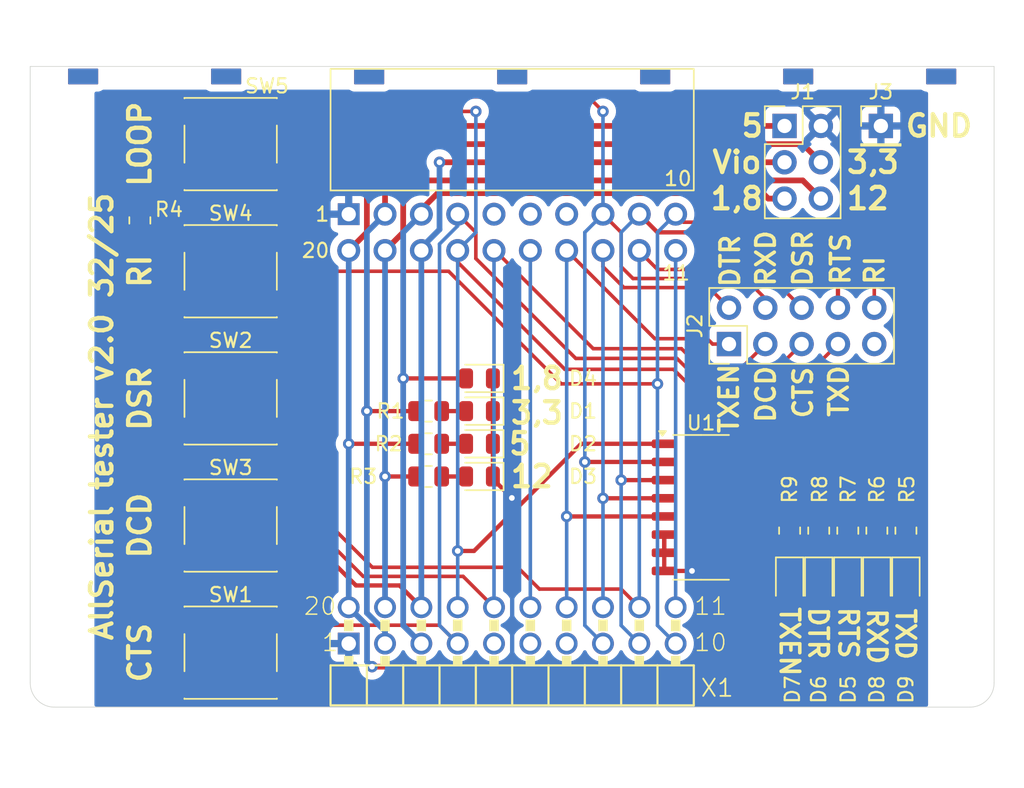
<source format=kicad_pcb>
(kicad_pcb (version 20241229) (generator "pcbnew") (generator_version "9.0")
  (layers (0 "F.Cu" signal) (2 "B.Cu" signal) (13 "F.Paste" user) (15 "B.Paste" user) (5 "F.SilkS" user "F.Silkscreen") (7 "B.SilkS" user "B.Silkscreen") (1 "F.Mask" user) (3 "B.Mask" user) (25 "Edge.Cuts" user))
  (net 0 "")
  (net 1 "Net-(D1-A)")
  (net 2 "Net-(D2-A)")
  (net 3 "Net-(D3-A)")
  (net 4 "GND")
  (net 5 "Net-(D4-A)")
  (net 6 "+5V")
  (net 7 "CTS")
  (net 8 "DSR")
  (net 9 "DCD")
  (net 10 "RI")
  (net 11 "/RXD")
  (net 12 "Vio")
  (net 16 "Net-(X1A-RST)")
  (net 17 "Net-(X1A-GPIO)")
  (net 18 "Net-(D5-K)")
  (net 19 "Net-(D6-K)")
  (net 20 "Net-(D7-K)")
  (net 21 "Net-(D8-K)")
  (net 22 "Net-(D9-K)")
  (net 23 "Net-(U1-O1)")
  (net 24 "Net-(U1-O2)")
  (net 25 "Net-(U1-O3)")
  (net 26 "Net-(U1-O4)")
  (net 27 "Net-(U1-O5)")
  (net 28 "/TXD")
  (net 29 "/TXEN")
  (net 30 "/DTR")
  (net 31 "/RTS")
  (net 32 "Net-(J1-Pin_6)")
  (net 33 "Net-(J1-Pin_4)")
  (footprint "AllSerial:SlaveBoard" (layer "F.Cu") (at 140.97 119.38)
    (property "Reference" "X1" (at 13.1 -0.635 0) (layer "F.SilkS") (effects (font (size 1.2065 1.2065) (thickness 0.127)) (justify left bottom)))
    (property "Value" "ALLSERIALSLAVE" (hide yes))
    (fp_rect (start -31 -44.6) (end -29 -43.6) (stroke (width 0.1)) (fill yes) (layer "F.Cu"))
    (fp_rect (start -21 -44.6) (end -19 -43.6) (stroke (width 0.1)) (fill yes) (layer "F.Cu"))
    (fp_rect (start -11 -44.6) (end -9 -43.6) (stroke (width 0.1)) (fill yes) (layer "F.Cu"))
    (fp_rect (start -1 -44.6) (end 1 -43.6) (stroke (width 0.1)) (fill yes) (layer "F.Cu"))
    (fp_rect (start 9 -44.6) (end 11 -43.6) (stroke (width 0.1)) (fill yes) (layer "F.Cu"))
    (fp_rect (start 19 -44.6) (end 21 -43.6) (stroke (width 0.1)) (fill yes) (layer "F.Cu"))
    (fp_rect (start 29 -44.6) (end 31 -43.6) (stroke (width 0.1)) (fill yes) (layer "F.Cu"))
    (fp_rect (start -31 -44.6) (end -29 -43.6) (stroke (width 0.1)) (fill yes) (layer "B.Cu"))
    (fp_rect (start -21 -44.6) (end -19 -43.6) (stroke (width 0.1)) (fill yes) (layer "B.Cu"))
    (fp_rect (start -11 -44.6) (end -9 -43.6) (stroke (width 0.1)) (fill yes) (layer "B.Cu"))
    (fp_rect (start -1 -44.6) (end 1 -43.6) (stroke (width 0.1)) (fill yes) (layer "B.Cu"))
    (fp_rect (start 9 -44.6) (end 11 -43.6) (stroke (width 0.1)) (fill yes) (layer "B.Cu"))
    (fp_rect (start 19 -44.6) (end 21 -43.6) (stroke (width 0.1)) (fill yes) (layer "B.Cu"))
    (fp_rect (start 29 -44.6) (end 31 -43.6) (stroke (width 0.1)) (fill yes) (layer "B.Cu"))
    (fp_line (start -33.7 -44.8) (end 33.7 -44.8) (stroke (width 0.05)) (layer "Edge.Cuts"))
    (fp_line (start -33.7 -1.7) (end -33.7 -44.8) (stroke (width 0.05)) (layer "Edge.Cuts"))
    (fp_line (start 32 0) (end -32 0) (stroke (width 0.05)) (layer "Edge.Cuts"))
    (fp_line (start 33.7 -44.8) (end 33.7 -1.7) (stroke (width 0.05)) (layer "Edge.Cuts"))
    (fp_arc (start -32 0) (mid -33.202082 -0.497918) (end -33.7 -1.7) (stroke (width 0.05)) (layer "Edge.Cuts"))
    (fp_arc (start 33.7 -1.7) (mid 33.202082 -0.497918) (end 32 0) (stroke (width 0.05)) (layer "Edge.Cuts"))
    (fp_text user "10" (at 12.655 -3.81 0) (layer "F.SilkS") (effects (font (size 1.2065 1.2065) (thickness 0.1016)) (justify left bottom)))
    (fp_text user "1" (at -13.38 -3.81 0) (layer "F.SilkS") (effects (font (size 1.2065 1.2065) (thickness 0.1016)) (justify left bottom)))
    (fp_text user "11" (at 12.655 -6.35 0) (layer "F.SilkS") (effects (font (size 1.2065 1.2065) (thickness 0.1016)) (justify left bottom)))
    (fp_text user "20" (at -14.65 -6.35 0) (layer "F.SilkS") (effects (font (size 1.2065 1.2065) (thickness 0.1016)) (justify left bottom)))
    (pad "1" thru_hole rect (at -11.43 -4.445 180) (size 1.524 1.524) (drill 1.016) (layers "*.Cu" "*.Mask") (net 4 "GND"))
    (pad "2" thru_hole circle (at -8.89 -4.445 180) (size 1.524 1.524) (drill 1.016) (layers "*.Cu" "*.Mask") (net 33 "Net-(J1-Pin_4)"))
    (pad "3" thru_hole circle (at -6.35 -4.445 180) (size 1.524 1.524) (drill 1.016) (layers "*.Cu" "*.Mask") (net 5 "Net-(D4-A)"))
    (pad "4" thru_hole circle (at -3.81 -4.445 180) (size 1.524 1.524) (drill 1.016) (layers "*.Cu" "*.Mask") (net 7 "CTS"))
    (pad "5" thru_hole circle (at -1.27 -4.445 180) (size 1.524 1.524) (drill 1.016) (layers "*.Cu" "*.Mask"))
    (pad "6" thru_hole circle (at 1.27 -4.445 180) (size 1.524 1.524) (drill 1.016) (layers "*.Cu" "*.Mask"))
    (pad "7" thru_hole circle (at 3.81 -4.445 180) (size 1.524 1.524) (drill 1.016) (layers "*.Cu" "*.Mask"))
    (pad "8" thru_hole circle (at 6.35 -4.445 180) (size 1.524 1.524) (drill 1.016) (layers "*.Cu" "*.Mask") (net 11 "/RXD"))
    (pad "9" thru_hole circle (at 8.89 -4.445 180) (size 1.524 1.524) (drill 1.016) (layers "*.Cu" "*.Mask") (net 31 "/RTS"))
    (pad "10" thru_hole circle (at 11.43 -4.445 180) (size 1.524 1.524) (drill 1.016) (layers "*.Cu" "*.Mask") (net 10 "RI"))
    (pad "11" thru_hole circle (at 11.43 -6.985 180) (size 1.524 1.524) (drill 1.016) (layers "*.Cu" "*.Mask") (net 17 "Net-(X1A-GPIO)"))
    (pad "12" thru_hole circle (at 8.89 -6.985 180) (size 1.524 1.524) (drill 1.016) (layers "*.Cu" "*.Mask") (net 8 "DSR"))
    (pad "13" thru_hole circle (at 6.35 -6.985 180) (size 1.524 1.524) (drill 1.016) (layers "*.Cu" "*.Mask") (net 30 "/DTR"))
    (pad "14" thru_hole circle (at 3.81 -6.985 180) (size 1.524 1.524) (drill 1.016) (layers "*.Cu" "*.Mask") (net 29 "/TXEN"))
    (pad "15" thru_hole circle (at 1.27 -6.985 180) (size 1.524 1.524) (drill 1.016) (layers "*.Cu" "*.Mask") (net 16 "Net-(X1A-RST)"))
    (pad "16" thru_hole circle (at -1.27 -6.985 180) (size 1.524 1.524) (drill 1.016) (layers "*.Cu" "*.Mask") (net 9 "DCD"))
    (pad "17" thru_hole circle (at -3.81 -6.985 180) (size 1.524 1.524) (drill 1.016) (layers "*.Cu" "*.Mask") (net 28 "/TXD"))
    (pad "18" thru_hole circle (at -6.35 -6.985 180) (size 1.524 1.524) (drill 1.016) (layers "*.Cu" "*.Mask") (net 12 "Vio"))
    (pad "19" thru_hole circle (at -8.89 -6.985 180) (size 1.524 1.524) (drill 1.016) (layers "*.Cu" "*.Mask") (net 32 "Net-(J1-Pin_6)"))
    (pad "20" thru_hole circle (at -11.43 -6.985 180) (size 1.524 1.524) (drill 1.016) (layers "*.Cu" "*.Mask") (net 6 "+5V"))
  )
  (footprint "LED_SMD:LED_0805_2012Metric" (layer "F.Cu") (at 138.684 98.679 180)
    (property "Reference" "D1" (at -7.239 0 0) (layer "F.SilkS"))
    (property "Value" "rd")
    (pad "1" smd roundrect (at -0.9375 0 180) (size 0.975 1.4) (layers "F.Cu" "F.Mask" "F.Paste") (net 4 "GND"))
    (pad "2" smd roundrect (at 0.9375 0 180) (size 0.975 1.4) (layers "F.Cu" "F.Mask" "F.Paste") (net 1 "Net-(D1-A)"))
  )
  (footprint "LED_SMD:LED_0805_2012Metric" (layer "F.Cu") (at 138.684 103.251 180)
    (property "Reference" "D3" (at -7.239 0 0) (layer "F.SilkS"))
    (property "Value" "rd")
    (pad "1" smd roundrect (at -0.9375 0 180) (size 0.975 1.4) (layers "F.Cu" "F.Mask" "F.Paste") (net 4 "GND"))
    (pad "2" smd roundrect (at 0.9375 0 180) (size 0.975 1.4) (layers "F.Cu" "F.Mask" "F.Paste") (net 3 "Net-(D3-A)"))
  )
  (footprint "LED_SMD:LED_0805_2012Metric" (layer "F.Cu") (at 138.684 96.393 180)
    (property "Reference" "D4" (at -7.239 0 0) (layer "F.SilkS"))
    (property "Value" "rd")
    (pad "1" smd roundrect (at -0.9375 0 180) (size 0.975 1.4) (layers "F.Cu" "F.Mask" "F.Paste") (net 4 "GND"))
    (pad "2" smd roundrect (at 0.9375 0 180) (size 0.975 1.4) (layers "F.Cu" "F.Mask" "F.Paste") (net 5 "Net-(D4-A)"))
  )
  (footprint "LED_SMD:LED_0805_2012Metric" (layer "F.Cu") (at 164.438 110.5935 -90)
    (property "Reference" "D5" (at 7.5565 -0.032 90) (layer "F.SilkS"))
    (property "Value" "yl")
    (pad "1" smd roundrect (at -0.9375 0 270) (size 0.975 1.4) (layers "F.Cu" "F.Mask" "F.Paste") (net 18 "Net-(D5-K)"))
    (pad "2" smd roundrect (at 0.9375 0 270) (size 0.975 1.4) (layers "F.Cu" "F.Mask" "F.Paste") (net 6 "+5V"))
  )
  (footprint "LED_SMD:LED_0805_2012Metric" (layer "F.Cu") (at 162.406 110.5935 -90)
    (property "Reference" "D6" (at 7.5565 0 90) (layer "F.SilkS"))
    (property "Value" "yl")
    (pad "1" smd roundrect (at -0.9375 0 270) (size 0.975 1.4) (layers "F.Cu" "F.Mask" "F.Paste") (net 19 "Net-(D6-K)"))
    (pad "2" smd roundrect (at 0.9375 0 270) (size 0.975 1.4) (layers "F.Cu" "F.Mask" "F.Paste") (net 6 "+5V"))
  )
  (footprint "Resistor_SMD:R_0805_2012Metric" (layer "F.Cu") (at 135.128 98.679 180)
    (property "Reference" "R1" (at 2.667 0 0) (layer "F.SilkS"))
    (property "Value" "120")
    (pad "1" smd roundrect (at -0.9125 0 180) (size 1.025 1.4) (layers "F.Cu" "F.Mask" "F.Paste") (roundrect_rratio 0.2439014634) (net 1 "Net-(D1-A)"))
    (pad "2" smd roundrect (at 0.9125 0 180) (size 1.025 1.4) (layers "F.Cu" "F.Mask" "F.Paste") (roundrect_rratio 0.2439014634) (net 33 "Net-(J1-Pin_4)"))
  )
  (footprint "Resistor_SMD:R_0805_2012Metric" (layer "F.Cu") (at 114.935 85.344 -90)
    (property "Reference" "R4" (at -0.762 -2.032 180) (layer "F.SilkS"))
    (property "Value" "22k")
    (pad "1" smd roundrect (at -0.9125 0 270) (size 1.025 1.4) (layers "F.Cu" "F.Mask" "F.Paste") (roundrect_rratio 0.2439014634) (net 11 "/RXD"))
    (pad "2" smd roundrect (at 0.9125 0 270) (size 1.025 1.4) (layers "F.Cu" "F.Mask" "F.Paste") (roundrect_rratio 0.2439014634) (net 12 "Vio"))
  )
  (footprint "Resistor_SMD:R_0805_2012Metric" (layer "F.Cu") (at 168.502 107.0375 -90)
    (property "Reference" "R5" (at -2.8875 -0.068 90) (layer "F.SilkS"))
    (property "Value" "270")
    (pad "1" smd roundrect (at -0.9125 0 270) (size 1.025 1.4) (layers "F.Cu" "F.Mask" "F.Paste") (roundrect_rratio 0.2439014634) (net 23 "Net-(U1-O1)"))
    (pad "2" smd roundrect (at 0.9125 0 270) (size 1.025 1.4) (layers "F.Cu" "F.Mask" "F.Paste") (roundrect_rratio 0.2439014634) (net 22 "Net-(D9-K)"))
  )
  (footprint "Resistor_SMD:R_0805_2012Metric" (layer "F.Cu") (at 166.47 107.0375 -90)
    (property "Reference" "R6" (at -2.8875 0 90) (layer "F.SilkS"))
    (property "Value" "270")
    (pad "1" smd roundrect (at -0.9125 0 270) (size 1.025 1.4) (layers "F.Cu" "F.Mask" "F.Paste") (roundrect_rratio 0.2439014634) (net 24 "Net-(U1-O2)"))
    (pad "2" smd roundrect (at 0.9125 0 270) (size 1.025 1.4) (layers "F.Cu" "F.Mask" "F.Paste") (roundrect_rratio 0.2439014634) (net 21 "Net-(D8-K)"))
  )
  (footprint "Button_Switch_SMD:SW_SPST_PTS645" (layer "F.Cu") (at 121.285 115.57)
    (property "Reference" "SW1" (at 0 -4.05 0) (layer "F.SilkS"))
    (property "Value" "4.3mm")
    (pad "1" smd rect (at -3.98 -2.25) (size 1.55 1.3) (layers "F.Cu" "F.Mask" "F.Paste") (net 7 "CTS"))
    (pad "1" smd rect (at 3.98 -2.25) (size 1.55 1.3) (layers "F.Cu" "F.Mask" "F.Paste") (net 7 "CTS"))
    (pad "2" smd rect (at -3.98 2.25) (size 1.55 1.3) (layers "F.Cu" "F.Mask" "F.Paste") (net 12 "Vio"))
    (pad "2" smd rect (at 3.98 2.25) (size 1.55 1.3) (layers "F.Cu" "F.Mask" "F.Paste") (net 12 "Vio"))
  )
  (footprint "Button_Switch_SMD:SW_SPST_PTS645" (layer "F.Cu") (at 121.285 97.79)
    (property "Reference" "SW2" (at 0 -4.05 0) (layer "F.SilkS"))
    (property "Value" "4.3mm")
    (pad "1" smd rect (at -3.98 -2.25) (size 1.55 1.3) (layers "F.Cu" "F.Mask" "F.Paste") (net 8 "DSR"))
    (pad "1" smd rect (at 3.98 -2.25) (size 1.55 1.3) (layers "F.Cu" "F.Mask" "F.Paste") (net 8 "DSR"))
    (pad "2" smd rect (at -3.98 2.25) (size 1.55 1.3) (layers "F.Cu" "F.Mask" "F.Paste") (net 12 "Vio"))
    (pad "2" smd rect (at 3.98 2.25) (size 1.55 1.3) (layers "F.Cu" "F.Mask" "F.Paste") (net 12 "Vio"))
  )
  (footprint "Button_Switch_SMD:SW_SPST_PTS645" (layer "F.Cu") (at 121.285 106.68)
    (property "Reference" "SW3" (at 0 -4.05 0) (layer "F.SilkS"))
    (property "Value" "4.3mm")
    (pad "1" smd rect (at -3.98 -2.25) (size 1.55 1.3) (layers "F.Cu" "F.Mask" "F.Paste") (net 9 "DCD"))
    (pad "1" smd rect (at 3.98 -2.25) (size 1.55 1.3) (layers "F.Cu" "F.Mask" "F.Paste") (net 9 "DCD"))
    (pad "2" smd rect (at -3.98 2.25) (size 1.55 1.3) (layers "F.Cu" "F.Mask" "F.Paste") (net 12 "Vio"))
    (pad "2" smd rect (at 3.98 2.25) (size 1.55 1.3) (layers "F.Cu" "F.Mask" "F.Paste") (net 12 "Vio"))
  )
  (footprint "Button_Switch_SMD:SW_SPST_PTS645" (layer "F.Cu") (at 121.285 88.9)
    (property "Reference" "SW4" (at 0 -4.05 0) (layer "F.SilkS"))
    (property "Value" "4.3mm")
    (pad "1" smd rect (at -3.98 -2.25) (size 1.55 1.3) (layers "F.Cu" "F.Mask" "F.Paste") (net 10 "RI"))
    (pad "1" smd rect (at 3.98 -2.25) (size 1.55 1.3) (layers "F.Cu" "F.Mask" "F.Paste") (net 10 "RI"))
    (pad "2" smd rect (at -3.98 2.25) (size 1.55 1.3) (layers "F.Cu" "F.Mask" "F.Paste") (net 12 "Vio"))
    (pad "2" smd rect (at 3.98 2.25) (size 1.55 1.3) (layers "F.Cu" "F.Mask" "F.Paste") (net 12 "Vio"))
  )
  (footprint "Resistor_SMD:R_0805_2012Metric" (layer "F.Cu") (at 135.128 103.251 180)
    (property "Reference" "R3" (at 4.572 0 0) (layer "F.SilkS"))
    (property "Value" "1k")
    (pad "1" smd roundrect (at -0.9125 0 180) (size 1.025 1.4) (layers "F.Cu" "F.Mask" "F.Paste") (roundrect_rratio 0.2439014634) (net 3 "Net-(D3-A)"))
    (pad "2" smd roundrect (at 0.9125 0 180) (size 1.025 1.4) (layers "F.Cu" "F.Mask" "F.Paste") (roundrect_rratio 0.2439014634) (net 32 "Net-(J1-Pin_6)"))
  )
  (footprint "LED_SMD:LED_0805_2012Metric" (layer "F.Cu") (at 138.684 100.965 180)
    (property "Reference" "D2" (at -7.239 0 0) (layer "F.SilkS"))
    (property "Value" "rd")
    (pad "1" smd roundrect (at -0.9375 0 180) (size 0.975 1.4) (layers "F.Cu" "F.Mask" "F.Paste") (net 4 "GND"))
    (pad "2" smd roundrect (at 0.9375 0 180) (size 0.975 1.4) (layers "F.Cu" "F.Mask" "F.Paste") (net 2 "Net-(D2-A)"))
  )
  (footprint "Resistor_SMD:R_0805_2012Metric" (layer "F.Cu") (at 135.128 100.965 180)
    (property "Reference" "R2" (at 2.794 0 0) (layer "F.SilkS"))
    (property "Value" "270")
    (pad "1" smd roundrect (at -0.9125 0 180) (size 1.025 1.4) (layers "F.Cu" "F.Mask" "F.Paste") (roundrect_rratio 0.2439014634) (net 2 "Net-(D2-A)"))
    (pad "2" smd roundrect (at 0.9125 0 180) (size 1.025 1.4) (layers "F.Cu" "F.Mask" "F.Paste") (roundrect_rratio 0.2439014634) (net 6 "+5V"))
  )
  (footprint "Button_Switch_SMD:SW_SPST_PTS645" (layer "F.Cu") (at 121.285 80.01)
    (property "Reference" "SW5" (at 2.54 -4.064 0) (layer "F.SilkS"))
    (property "Value" "4.3mm")
    (pad "1" smd rect (at -3.98 -2.25) (size 1.55 1.3) (layers "F.Cu" "F.Mask" "F.Paste") (net 11 "/RXD"))
    (pad "1" smd rect (at 3.98 -2.25) (size 1.55 1.3) (layers "F.Cu" "F.Mask" "F.Paste") (net 11 "/RXD"))
    (pad "2" smd rect (at -3.98 2.25) (size 1.55 1.3) (layers "F.Cu" "F.Mask" "F.Paste") (net 28 "/TXD"))
    (pad "2" smd rect (at 3.98 2.25) (size 1.55 1.3) (layers "F.Cu" "F.Mask" "F.Paste") (net 28 "/TXD"))
  )
  (footprint "LED_SMD:LED_0805_2012Metric" (layer "F.Cu") (at 160.37 110.5935 -90)
    (property "Reference" "D7" (at 7.5565 -0.2 90) (layer "F.SilkS"))
    (property "Value" "yl")
    (pad "1" smd roundrect (at -0.9375 0 270) (size 0.975 1.4) (layers "F.Cu" "F.Mask" "F.Paste") (net 20 "Net-(D7-K)"))
    (pad "2" smd roundrect (at 0.9375 0 270) (size 0.975 1.4) (layers "F.Cu" "F.Mask" "F.Paste") (net 6 "+5V"))
  )
  (footprint "Resistor_SMD:R_0805_2012Metric" (layer "F.Cu") (at 164.438 107.0375 -90)
    (property "Reference" "R7" (at -2.8875 -0.032 90) (layer "F.SilkS"))
    (property "Value" "270")
    (pad "1" smd roundrect (at -0.9125 0 270) (size 1.025 1.4) (layers "F.Cu" "F.Mask" "F.Paste") (roundrect_rratio 0.2439014634) (net 25 "Net-(U1-O3)"))
    (pad "2" smd roundrect (at 0.9125 0 270) (size 1.025 1.4) (layers "F.Cu" "F.Mask" "F.Paste") (roundrect_rratio 0.2439014634) (net 18 "Net-(D5-K)"))
  )
  (footprint "Connector_PinHeader_2.54mm:PinHeader_2x03_P2.54mm_Vertical" (layer "F.Cu") (at 160.015 78.74)
    (property "Reference" "J1" (at 1.27 -2.38 0) (layer "F.SilkS"))
    (property "Value" "Conn_01x06")
    (pad "1" thru_hole rect (at 0 0) (size 1.7 1.7) (drill 1) (layers "*.Cu" "*.Mask") (net 6 "+5V"))
    (pad "2" thru_hole circle (at 2.54 0) (size 1.7 1.7) (drill 1) (layers "*.Cu" "*.Mask") (net 4 "GND"))
    (pad "3" thru_hole circle (at 0 2.54) (size 1.7 1.7) (drill 1) (layers "*.Cu" "*.Mask") (net 12 "Vio"))
    (pad "4" thru_hole circle (at 2.54 2.54) (size 1.7 1.7) (drill 1) (layers "*.Cu" "*.Mask") (net 33 "Net-(J1-Pin_4)"))
    (pad "5" thru_hole circle (at 0 5.08) (size 1.7 1.7) (drill 1) (layers "*.Cu" "*.Mask") (net 5 "Net-(D4-A)"))
    (pad "6" thru_hole circle (at 2.54 5.08) (size 1.7 1.7) (drill 1) (layers "*.Cu" "*.Mask") (net 32 "Net-(J1-Pin_6)"))
  )
  (footprint "LED_SMD:LED_0805_2012Metric" (layer "F.Cu") (at 168.502 110.5935 -90)
    (property "Reference" "D9" (at 7.5565 0 90) (layer "F.SilkS"))
    (property "Value" "rd")
    (pad "1" smd roundrect (at -0.9375 0 270) (size 0.975 1.4) (layers "F.Cu" "F.Mask" "F.Paste") (net 22 "Net-(D9-K)"))
    (pad "2" smd roundrect (at 0.9375 0 270) (size 0.975 1.4) (layers "F.Cu" "F.Mask" "F.Paste") (net 6 "+5V"))
  )
  (footprint "AllSerial:Master PinSocket" (layer "F.Cu") (at 140.97 84.45)
    (property "Reference" "X2" (hide yes))
    (property "Value" "ALLSERIALSLAVE" (hide yes))
    (fp_text user "10" (at 10.541 -2.027 0) (layer "F.SilkS") (effects (justify left)))
    (fp_text user "1" (at -12.7 0.46 0) (layer "F.SilkS") (effects (justify right)))
    (fp_text user "20" (at -12.7 3 0) (layer "F.SilkS") (effects (justify right)))
    (fp_text user "11" (at 10.414 4.577 0) (layer "F.SilkS") (effects (justify left)))
    (pad "1" thru_hole rect (at -11.43 0.46) (size 1.524 1.524) (drill 1) (layers "*.Cu" "*.Mask") (net 4 "GND"))
    (pad "2" thru_hole circle (at -8.89 0.46) (size 1.6 1.6) (drill 1) (layers "*.Cu" "*.Mask") (net 33 "Net-(J1-Pin_4)"))
    (pad "3" thru_hole circle (at -6.35 0.46) (size 1.6 1.6) (drill 1) (layers "*.Cu" "*.Mask") (net 5 "Net-(D4-A)"))
    (pad "4" thru_hole circle (at -3.81 0.46) (size 1.6 1.6) (drill 1) (layers "*.Cu" "*.Mask") (net 7 "CTS"))
    (pad "5" thru_hole circle (at -1.27 0.46) (size 1.6 1.6) (drill 1) (layers "*.Cu" "*.Mask"))
    (pad "6" thru_hole circle (at 1.27 0.46) (size 1.6 1.6) (drill 1) (layers "*.Cu" "*.Mask"))
    (pad "7" thru_hole circle (at 3.81 0.46) (size 1.6 1.6) (drill 1) (layers "*.Cu" "*.Mask"))
    (pad "8" thru_hole circle (at 6.35 0.46) (size 1.6 1.6) (drill 1) (layers "*.Cu" "*.Mask") (net 11 "/RXD"))
    (pad "9" thru_hole circle (at 8.89 0.46) (size 1.6 1.6) (drill 1) (layers "*.Cu" "*.Mask") (net 31 "/RTS"))
    (pad "10" thru_hole circle (at 11.43 0.46) (size 1.6 1.6) (drill 1) (layers "*.Cu" "*.Mask") (net 10 "RI"))
    (pad "11" thru_hole circle (at 11.43 3) (size 1.6 1.6) (drill 1) (layers "*.Cu" "*.Mask") (net 17 "Net-(X1A-GPIO)"))
    (pad "12" thru_hole circle (at 8.89 3) (size 1.6 1.6) (drill 1) (layers "*.Cu" "*.Mask") (net 8 "DSR"))
    (pad "13" thru_hole circle (at 6.35 3) (size 1.6 1.6) (drill 1) (layers "*.Cu" "*.Mask") (net 30 "/DTR"))
    (pad "14" thru_hole circle (at 3.81 3) (size 1.6 1.6) (drill 1) (layers "*.Cu" "*.Mask") (net 29 "/TXEN"))
    (pad "15" thru_hole circle (at 1.27 3) (size 1.6 1.6) (drill 1) (layers "*.Cu" "*.Mask") (net 16 "Net-(X1A-RST)"))
    (pad "16" thru_hole circle (at -1.27 3) (size 1.6 1.6) (drill 1) (layers "*.Cu" "*.Mask") (net 9 "DCD"))
    (pad "17" thru_hole circle (at -3.81 3) (size 1.6 1.6) (drill 1) (layers "*.Cu" "*.Mask") (net 28 "/TXD"))
    (pad "18" thru_hole circle (at -6.35 3) (size 1.6 1.6) (drill 1) (layers "*.Cu" "*.Mask") (net 12 "Vio"))
    (pad "19" thru_hole circle (at -8.89 3) (size 1.6 1.6) (drill 1) (layers "*.Cu" "*.Mask") (net 32 "Net-(J1-Pin_6)"))
    (pad "20" thru_hole circle (at -11.43 3) (size 1.6 1.6) (drill 1) (layers "*.Cu" "*.Mask") (net 6 "+5V"))
  )
  (footprint "Connector_PinHeader_2.54mm:PinHeader_1x01_P2.54mm_Vertical" (layer "F.Cu") (at 166.751 78.74)
    (property "Reference" "J3" (at 0 -2.38 0) (layer "F.SilkS"))
    (property "Value" "Conn_01x01")
    (pad "1" thru_hole rect (at 0 0) (size 1.7 1.7) (drill 1) (layers "*.Cu" "*.Mask") (net 4 "GND"))
  )
  (footprint "Resistor_SMD:R_0805_2012Metric" (layer "F.Cu") (at 160.37 107.0375 -90)
    (property "Reference" "R9" (at -2.8875 0 90) (layer "F.SilkS"))
    (property "Value" "270")
    (pad "1" smd roundrect (at -0.9125 0 270) (size 1.025 1.4) (layers "F.Cu" "F.Mask" "F.Paste") (roundrect_rratio 0.243902) (net 27 "Net-(U1-O5)"))
    (pad "2" smd roundrect (at 0.9125 0 270) (size 1.025 1.4) (layers "F.Cu" "F.Mask" "F.Paste") (roundrect_rratio 0.243902) (net 20 "Net-(D7-K)"))
  )
  (footprint "Package_SO:SO-16_3.9x9.9mm_P1.27mm" (layer "F.Cu") (at 154.178 105.41)
    (property "Reference" "U1" (at 0 -5.9 0) (layer "F.SilkS"))
    (property "Value" "ULN2003")
    (pad "1" smd roundrect (at -2.575 -4.445) (size 1.75 0.6) (layers "F.Cu" "F.Mask" "F.Paste") (net 28 "/TXD"))
    (pad "2" smd roundrect (at -2.575 -3.175) (size 1.75 0.6) (layers "F.Cu" "F.Mask" "F.Paste") (net 11 "/RXD"))
    (pad "3" smd roundrect (at -2.575 -1.905) (size 1.75 0.6) (layers "F.Cu" "F.Mask" "F.Paste") (net 31 "/RTS"))
    (pad "4" smd roundrect (at -2.575 -0.635) (size 1.75 0.6) (layers "F.Cu" "F.Mask" "F.Paste") (net 30 "/DTR"))
    (pad "5" smd roundrect (at -2.575 0.635) (size 1.75 0.6) (layers "F.Cu" "F.Mask" "F.Paste") (net 29 "/TXEN"))
    (pad "6" smd roundrect (at -2.575 1.905) (size 1.75 0.6) (layers "F.Cu" "F.Mask" "F.Paste") (net 4 "GND"))
    (pad "7" smd roundrect (at -2.575 3.175) (size 1.75 0.6) (layers "F.Cu" "F.Mask" "F.Paste") (net 4 "GND"))
    (pad "8" smd roundrect (at -2.575 4.445) (size 1.75 0.6) (layers "F.Cu" "F.Mask" "F.Paste") (net 4 "GND"))
    (pad "9" smd roundrect (at 2.575 4.445) (size 1.75 0.6) (layers "F.Cu" "F.Mask" "F.Paste"))
    (pad "10" smd roundrect (at 2.575 3.175) (size 1.75 0.6) (layers "F.Cu" "F.Mask" "F.Paste"))
    (pad "11" smd roundrect (at 2.575 1.905) (size 1.75 0.6) (layers "F.Cu" "F.Mask" "F.Paste"))
    (pad "12" smd roundrect (at 2.575 0.635) (size 1.75 0.6) (layers "F.Cu" "F.Mask" "F.Paste") (net 27 "Net-(U1-O5)"))
    (pad "13" smd roundrect (at 2.575 -0.635) (size 1.75 0.6) (layers "F.Cu" "F.Mask" "F.Paste") (net 26 "Net-(U1-O4)"))
    (pad "14" smd roundrect (at 2.575 -1.905) (size 1.75 0.6) (layers "F.Cu" "F.Mask" "F.Paste") (net 25 "Net-(U1-O3)"))
    (pad "15" smd roundrect (at 2.575 -3.175) (size 1.75 0.6) (layers "F.Cu" "F.Mask" "F.Paste") (net 24 "Net-(U1-O2)"))
    (pad "16" smd roundrect (at 2.575 -4.445) (size 1.75 0.6) (layers "F.Cu" "F.Mask" "F.Paste") (net 23 "Net-(U1-O1)"))
  )
  (footprint "Resistor_SMD:R_0805_2012Metric" (layer "F.Cu") (at 162.406 107.0375 -90)
    (property "Reference" "R8" (at -2.8875 -0.064 90) (layer "F.SilkS"))
    (property "Value" "270")
    (pad "1" smd roundrect (at -0.9125 0 270) (size 1.025 1.4) (layers "F.Cu" "F.Mask" "F.Paste") (roundrect_rratio 0.243902) (net 26 "Net-(U1-O4)"))
    (pad "2" smd roundrect (at 0.9125 0 270) (size 1.025 1.4) (layers "F.Cu" "F.Mask" "F.Paste") (roundrect_rratio 0.243902) (net 19 "Net-(D6-K)"))
  )
  (footprint "Connector_PinHeader_2.54mm:PinHeader_2x05_P2.54mm_Vertical" (layer "F.Cu") (at 156.13 93.99 90)
    (property "Reference" "J2" (at 1.27 -2.38 90) (layer "F.SilkS"))
    (property "Value" "Conn_01x10")
    (pad "1" thru_hole rect (at 0 0 90) (size 1.7 1.7) (drill 1) (layers "*.Cu" "*.Mask") (net 29 "/TXEN"))
    (pad "2" thru_hole circle (at 2.54 0 90) (size 1.7 1.7) (drill 1) (layers "*.Cu" "*.Mask") (net 30 "/DTR"))
    (pad "3" thru_hole circle (at 0 2.54 90) (size 1.7 1.7) (drill 1) (layers "*.Cu" "*.Mask") (net 9 "DCD"))
    (pad "4" thru_hole circle (at 2.54 2.54 90) (size 1.7 1.7) (drill 1) (layers "*.Cu" "*.Mask") (net 11 "/RXD"))
    (pad "5" thru_hole circle (at 0 5.08 90) (size 1.7 1.7) (drill 1) (layers "*.Cu" "*.Mask") (net 7 "CTS"))
    (pad "6" thru_hole circle (at 2.54 5.08 90) (size 1.7 1.7) (drill 1) (layers "*.Cu" "*.Mask") (net 8 "DSR"))
    (pad "7" thru_hole circle (at 0 7.62 90) (size 1.7 1.7) (drill 1) (layers "*.Cu" "*.Mask") (net 28 "/TXD"))
    (pad "8" thru_hole circle (at 2.54 7.62 90) (size 1.7 1.7) (drill 1) (layers "*.Cu" "*.Mask") (net 31 "/RTS"))
    (pad "9" thru_hole circle (at 0 10.16 90) (size 1.7 1.7) (drill 1) (layers "*.Cu" "*.Mask"))
    (pad "10" thru_hole circle (at 2.54 10.16 90) (size 1.7 1.7) (drill 1) (layers "*.Cu" "*.Mask") (net 10 "RI"))
  )
  (footprint "LED_SMD:LED_0805_2012Metric" (layer "F.Cu") (at 166.47 110.5935 -90)
    (property "Reference" "D8" (at 7.5565 0 90) (layer "F.SilkS"))
    (property "Value" "gn")
    (pad "1" smd roundrect (at -0.9375 0 270) (size 0.975 1.4) (layers "F.Cu" "F.Mask" "F.Paste") (net 21 "Net-(D8-K)"))
    (pad "2" smd roundrect (at 0.9375 0 270) (size 0.975 1.4) (layers "F.Cu" "F.Mask" "F.Paste") (net 6 "+5V"))
  )
  (gr_text "DCD" (at 114.935 106.68 90) (layer "F.SilkS") (effects (font (size 1.5 1.5) (thickness 0.3))))
  (gr_text "DSR" (at 114.935 97.79 90) (layer "F.SilkS") (effects (font (size 1.5 1.5) (thickness 0.3))))
  (gr_text "RI" (at 114.935 88.9 90) (layer "F.SilkS") (effects (font (size 1.5 1.5) (thickness 0.3))))
  (gr_text "LOOP" (at 114.935 80.01 90) (layer "F.SilkS") (effects (font (size 1.5 1.5) (thickness 0.3))))
  (gr_text "5" (at 156.845 78.74 0) (layer "F.SilkS") (effects (font (size 1.5 1.5) (thickness 0.3)) (justify left)))
  (gr_text "12" (at 164.211 83.82 0) (layer "F.SilkS") (effects (font (size 1.5 1.5) (thickness 0.3)) (justify left)))
  (gr_text "3,3" (at 164.211 81.28 0) (layer "F.SilkS") (effects (font (size 1.5 1.5) (thickness 0.3)) (justify left)))
  (gr_text "1,8" (at 154.686 83.82 0) (layer "F.SilkS") (effects (font (size 1.5 1.5) (thickness 0.3)) (justify left)))
  (gr_text "RTS" (at 163.935 86.115 90) (layer "F.SilkS") (effects (font (size 1.3 1.3) (thickness 0.25) (bold yes)) (justify right)))
  (gr_text "TXD" (at 163.81 99.215 90) (layer "F.SilkS") (effects (font (size 1.3 1.3) (thickness 0.25) (bold yes)) (justify left)))
  (gr_text "3,3" (at 140.716 98.806 0) (layer "F.SilkS") (effects (font (size 1.5 1.5) (thickness 0.3)) (justify left)))
  (gr_text "DCD" (at 158.71 99.615 90) (layer "F.SilkS") (effects (font (size 1.3 1.3) (thickness 0.25) (bold yes)) (justify left)))
  (gr_text "TXEN" (at 160.37 112.25 270) (layer "F.SilkS") (effects (font (size 1.3 1.3) (thickness 0.25) (bold yes)) (justify left)))
  (gr_text "Vio" (at 154.813 81.28 0) (layer "F.SilkS") (effects (font (size 1.5 1.5) (thickness 0.3)) (justify left)))
  (gr_text "1,8" (at 140.716 96.393 0) (layer "F.SilkS") (effects (font (size 1.5 1.5) (thickness 0.3)) (justify left)))
  (gr_text "RI" (at 166.31 87.715 90) (layer "F.SilkS") (effects (font (size 1.3 1.3) (thickness 0.25) (bold yes)) (justify right)))
  (gr_text "GND" (at 170.815 78.74 0) (layer "F.SilkS") (effects (font (size 1.5 1.5) (thickness 0.3))))
  (gr_text "DTR" (at 156.21 86.215 90) (layer "F.SilkS") (effects (font (size 1.3 1.3) (thickness 0.25) (bold yes)) (justify right)))
  (gr_text "RTS" (at 164.47 112.25 270) (layer "F.SilkS") (effects (font (size 1.3 1.3) (thickness 0.25) (bold yes)) (justify left)))
  (gr_text "RXD" (at 166.47 112.35 270) (layer "F.SilkS") (effects (font (size 1.3 1.3) (thickness 0.25) (bold yes)) (justify left)))
  (gr_text "5" (at 140.589 100.965 0) (layer "F.SilkS") (effects (font (size 1.5 1.5) (thickness 0.3)) (justify left)))
  (gr_text "TXEN" (at 156.128 100.35 90) (layer "F.SilkS") (effects (font (size 1.3 1.3) (thickness 0.25) (bold yes)) (justify left)))
  (gr_text "DTR" (at 162.37 112.25 270) (layer "F.SilkS") (effects (font (size 1.3 1.3) (thickness 0.25) (bold yes)) (justify left)))
  (gr_text "CTS" (at 114.935 115.57 90) (layer "F.SilkS") (effects (font (size 1.5 1.5) (thickness 0.3))))
  (gr_text "RXD" (at 158.71 85.915 90) (layer "F.SilkS") (effects (font (size 1.3 1.3) (thickness 0.25) (bold yes)) (justify right)))
  (gr_text "DSR" (at 161.29 85.915 90) (layer "F.SilkS") (effects (font (size 1.3 1.3) (thickness 0.25) (bold yes)) (justify right)))
  (gr_text "CTS" (at 161.31 99.315 90) (layer "F.SilkS") (effects (font (size 1.3 1.3) (thickness 0.25) (bold yes)) (justify left)))
  (gr_text "12" (at 140.716 103.251 0) (layer "F.SilkS") (effects (font (size 1.5 1.5) (thickness 0.3)) (justify left)))
  (gr_text "TXD" (at 168.47 112.35 270) (layer "F.SilkS") (effects (font (size 1.3 1.3) (thickness 0.25) (bold yes)) (justify left)))
  (gr_text "AllSerial tester v2.0 32/25" (at 112.268 99.06 90) (layer "F.SilkS") (effects (font (size 1.5 1.5) (thickness 0.3))))
  (segment (start 136.0405 98.679) (end 137.7465 98.679) (width 0.3) (layer "F.Cu") (net 1))
  (segment (start 136.0405 100.965) (end 137.7465 100.965) (width 0.3) (layer "F.Cu") (net 2))
  (segment (start 136.0405 103.251) (end 137.7465 103.251) (width 0.3) (layer "F.Cu") (net 3))
  (segment (start 139.6215 103.251) (end 139.6215 103.4265) (width 0.3) (layer "F.Cu") (net 4))
  (segment (start 151.603 107.35) (end 151.603 108.585) (width 0.3) (layer "F.Cu") (net 4))
  (segment (start 139.6215 100.965) (end 139.6215 103.251) (width 0.3) (layer "F.Cu") (net 4))
  (segment (start 151.603 109.855) (end 153.543 109.855) (width 0.3) (layer "F.Cu") (net 4))
  (segment (start 139.6215 103.4265) (end 140.947669 104.752669) (width 0.3) (layer "F.Cu") (net 4))
  (segment (start 151.638 107.315) (end 151.603 107.35) (width 0.3) (layer "F.Cu") (net 4))
  (segment (start 139.6215 96.393) (end 139.6215 98.679) (width 0.3) (layer "F.Cu") (net 4))
  (segment (start 139.6215 98.679) (end 139.6215 100.965) (width 0.3) (layer "F.Cu") (net 4))
  (segment (start 151.603 107.35) (end 151.603 109.855) (width 0.3) (layer "F.Cu") (net 4))
  (via (at 140.947669 104.752669) (size 0.8) (drill 0.4) (layers "F.Cu" "B.Cu") (net 4))
  (via (at 153.543 109.855) (size 0.8) (drill 0.4) (layers "F.Cu" "B.Cu") (net 4))
  (segment (start 140.97 104.775) (end 140.97 116.967) (width 0.3) (layer "B.Cu") (net 4))
  (segment (start 140.947669 104.752669) (end 140.97 104.775) (width 0.3) (layer "B.Cu") (net 4))
  (segment (start 158.496 83.439) (end 135.763 83.439) (width 0.4) (layer "F.Cu") (net 5))
  (segment (start 160.02 83.82) (end 158.877 83.82) (width 0.4) (layer "F.Cu") (net 5))
  (segment (start 137.7465 96.393) (end 133.35 96.393) (width 0.3) (layer "F.Cu") (net 5))
  (segment (start 134.62 84.582) (end 134.62 84.91) (width 0.4) (layer "F.Cu") (net 5))
  (segment (start 158.877 83.82) (end 158.496 83.439) (width 0.4) (layer "F.Cu") (net 5))
  (segment (start 135.763 83.439) (end 134.62 84.582) (width 0.4) (layer "F.Cu") (net 5))
  (via (at 133.35 96.393) (size 0.8) (drill 0.4) (layers "F.Cu" "B.Cu") (net 5))
  (segment (start 133.35 113.665) (end 134.62 114.935) (width 0.4) (layer "B.Cu") (net 5))
  (segment (start 134.62 84.91) (end 133.35 86.18) (width 0.4) (layer "B.Cu") (net 5))
  (segment (start 133.35 86.18) (end 133.35 113.665) (width 0.4) (layer "B.Cu") (net 5))
  (segment (start 164.438 111.531) (end 166.47 111.531) (width 0.4) (layer "F.Cu") (net 6))
  (segment (start 160.02 78.74) (end 133.35 78.74) (width 0.4) (layer "F.Cu") (net 6))
  (segment (start 166.47 111.531) (end 168.502 111.531) (width 0.4) (layer "F.Cu") (net 6))
  (segment (start 162.406 111.531) (end 164.438 111.531) (width 0.4) (layer "F.Cu") (net 6))
  (segment (start 130.81 81.28) (end 130.81 86.18) (width 0.4) (layer "F.Cu") (net 6))
  (segment (start 134.2155 100.965) (end 129.54 100.965) (width 0.3) (layer "F.Cu") (net 6))
  (segment (start 131.17 116.55) (end 157.17 116.55) (width 0.4) (layer "F.Cu") (net 6))
  (segment (start 159.57 114.15) (end 159.57 112.331) (width 0.4) (layer "F.Cu") (net 6))
  (segment (start 160.37 111.531) (end 162.406 111.531) (width 0.4) (layer "F.Cu") (net 6))
  (segment (start 133.35 78.74) (end 130.81 81.28) (width 0.4) (layer "F.Cu") (net 6))
  (segment (start 157.17 116.55) (end 159.57 114.15) (width 0.4) (layer "F.Cu") (net 6))
  (segment (start 130.81 86.18) (end 129.54 87.45) (width 0.4) (layer "F.Cu") (net 6))
  (segment (start 159.57 112.331) (end 160.37 111.531) (width 0.4) (layer "F.Cu") (net 6))
  (via (at 131.17 116.55) (size 0.8) (drill 0.4) (layers "F.Cu" "B.Cu") (net 6))
  (via (at 129.54 100.965) (size 0.8) (drill 0.4) (layers "F.Cu" "B.Cu") (net 6))
  (segment (start 129.54 112.395) (end 130.82 113.675) (width 0.4) (layer "B.Cu") (net 6))
  (segment (start 130.82 116.2) (end 131.17 116.55) (width 0.4) (layer "B.Cu") (net 6))
  (segment (start 130.82 113.675) (end 130.82 116.2) (width 0.4) (layer "B.Cu") (net 6))
  (segment (start 129.54 112.395) (end 129.54 87.45) (width 0.4) (layer "B.Cu") (net 6))
  (segment (start 125.265 113.32) (end 117.305 113.32) (width 0.25) (layer "F.Cu") (net 7))
  (segment (start 138.43 88.011) (end 145.415 94.996) (width 0.25) (layer "F.Cu") (net 7))
  (segment (start 152.491 94.996) (end 153.81 96.315) (width 0.25) (layer "F.Cu") (net 7))
  (segment (start 138.43 86.18) (end 138.43 88.011) (width 0.25) (layer "F.Cu") (net 7))
  (segment (start 153.81 96.315) (end 158.88 96.315) (width 0.25) (layer "F.Cu") (net 7))
  (segment (start 145.415 94.996) (end 152.491 94.996) (width 0.25) (layer "F.Cu") (net 7))
  (segment (start 125.265 113.32) (end 125.265 113.835) (width 0.25) (layer "F.Cu") (net 7))
  (segment (start 137.16 84.91) (end 138.43 86.18) (width 0.25) (layer "F.Cu") (net 7))
  (segment (start 125.45 113.65) (end 135.875 113.65) (width 0.25) (layer "F.Cu") (net 7))
  (segment (start 135.875 113.65) (end 137.16 114.935) (width 0.25) (layer "F.Cu") (net 7))
  (segment (start 158.88 96.315) (end 161.21 93.985) (width 0.25) (layer "F.Cu") (net 7))
  (segment (start 125.265 113.835) (end 125.45 113.65) (width 0.25) (layer "F.Cu") (net 7))
  (segment (start 137.16 84.91) (end 137.16 85.725) (width 0.25) (layer "B.Cu") (net 7))
  (segment (start 135.89 113.665) (end 137.16 114.935) (width 0.25) (layer "B.Cu") (net 7))
  (segment (start 137.16 85.725) (end 135.89 86.995) (width 0.25) (layer "B.Cu") (net 7))
  (segment (start 135.89 86.995) (end 135.89 113.665) (width 0.25) (layer "B.Cu") (net 7))
  (segment (start 125.265 95.54) (end 127 97.275) (width 0.25) (layer "F.Cu") (net 8))
  (segment (start 149.86 87.503) (end 151.13 88.773) (width 0.25) (layer "F.Cu") (net 8))
  (segment (start 142.875 111.125) (end 148.59 111.125) (width 0.25) (layer "F.Cu") (net 8))
  (segment (start 131.191 109.601) (end 141.351 109.601) (width 0.25) (layer "F.Cu") (net 8))
  (segment (start 148.59 111.125) (end 149.86 112.395) (width 0.25) (layer "F.Cu") (net 8))
  (segment (start 149.86 87.45) (end 149.86 87.63) (width 0.25) (layer "F.Cu") (net 8))
  (segment (start 127 97.275) (end 127 105.41) (width 0.25) (layer "F.Cu") (net 8))
  (segment (start 158.924 89.159) (end 161.21 91.445) (width 0.25) (layer "F.Cu") (net 8))
  (segment (start 155.354 89.159) (end 158.924 89.159) (width 0.25) (layer "F.Cu") (net 8))
  (segment (start 154.968 88.773) (end 155.354 89.159) (width 0.25) (layer "F.Cu") (net 8))
  (segment (start 127 105.41) (end 131.191 109.601) (width 0.25) (layer "F.Cu") (net 8))
  (segment (start 141.351 109.601) (end 142.875 111.125) (width 0.25) (layer "F.Cu") (net 8))
  (segment (start 117.305 95.54) (end 125.265 95.54) (width 0.25) (layer "F.Cu") (net 8))
  (segment (start 151.13 88.773) (end 154.968 88.773) (width 0.25) (layer "F.Cu") (net 8))
  (segment (start 149.86 87.45) (end 149.86 87.503) (width 0.25) (layer "F.Cu") (net 8))
  (segment (start 149.86 112.395) (end 149.86 87.45) (width 0.25) (layer "B.Cu") (net 8))
  (segment (start 154.01 95.515) (end 157.145 95.515) (width 0.25) (layer "F.Cu") (net 9))
  (segment (start 158.67 93.99) (end 158.67 93.985) (width 0.25) (layer "F.Cu") (net 9))
  (segment (start 139.7 87.45) (end 139.774 87.45) (width 0.25) (layer "F.Cu") (net 9))
  (segment (start 139.774 87.45) (end 146.639 94.315) (width 0.25) (layer "F.Cu") (net 9))
  (segment (start 157.145 95.515) (end 158.67 93.99) (width 0.25) (layer "F.Cu") (net 9))
  (segment (start 152.81 94.315) (end 154.01 95.515) (width 0.25) (layer "F.Cu") (net 9))
  (segment (start 130.556 110.236) (end 137.541 110.236) (width 0.25) (layer "F.Cu") (net 9))
  (segment (start 137.541 110.236) (end 139.7 112.395) (width 0.25) (layer "F.Cu") (net 9))
  (segment (start 117.305 104.43) (end 125.265 104.43) (width 0.25) (layer "F.Cu") (net 9))
  (segment (start 125.265 104.945) (end 130.556 110.236) (width 0.25) (layer "F.Cu") (net 9))
  (segment (start 125.265 104.43) (end 125.265 104.945) (width 0.25) (layer "F.Cu") (net 9))
  (segment (start 146.639 94.315) (end 152.81 94.315) (width 0.25) (layer "F.Cu") (net 9))
  (segment (start 139.7 112.395) (end 139.7 87.45) (width 0.25) (layer "B.Cu") (net 9))
  (segment (start 152.961 85.471) (end 162.2425 85.471) (width 0.25) (layer "F.Cu") (net 10))
  (segment (start 152.4 84.91) (end 152.961 85.471) (width 0.25) (layer "F.Cu") (net 10))
  (segment (start 125.385 86.65) (end 125.265 86.65) (width 0.25) (layer "F.Cu") (net 10))
  (segment (start 127.635 88.9) (end 125.385 86.65) (width 0.25) (layer "F.Cu") (net 10))
  (segment (start 162.2425 85.471) (end 166.29 89.5185) (width 0.25) (layer "F.Cu") (net 10))
  (segment (start 151.13 96.774) (end 144.399 96.774) (width 0.25) (layer "F.Cu") (net 10))
  (segment (start 136.525 88.9) (end 127.635 88.9) (width 0.25) (layer "F.Cu") (net 10))
  (segment (start 166.29 90.8735) (end 166.29 91.445) (width 0.25) (layer "F.Cu") (net 10))
  (segment (start 144.399 96.774) (end 136.525 88.9) (width 0.25) (layer "F.Cu") (net 10))
  (segment (start 166.29 89.5185) (end 166.29 91.45) (width 0.25) (layer "F.Cu") (net 10))
  (segment (start 117.305 86.65) (end 125.265 86.65) (width 0.25) (layer "F.Cu") (net 10))
  (via (at 151.13 96.774) (size 0.8) (drill 0.4) (layers "F.Cu" "B.Cu") (net 10))
  (segment (start 151.13 113.665) (end 151.13 86.18) (width 0.25) (layer "B.Cu") (net 10))
  (segment (start 152.4 114.935) (end 151.13 113.665) (width 0.25) (layer "B.Cu") (net 10))
  (segment (start 151.13 86.18) (end 152.4 84.91) (width 0.25) (layer "B.Cu") (net 10))
  (segment (start 151.603 102.235) (end 146.05 102.235) (width 0.3) (layer "F.Cu") (net 11))
  (segment (start 117.305 77.76) (end 114.935 80.13) (width 0.25) (layer "F.Cu") (net 11))
  (segment (start 154.803 89.408) (end 155.31 89.915) (width 0.25) (layer "F.Cu") (net 11))
  (segment (start 148.59 88.5825) (end 149.4155 89.408) (width 0.25) (layer "F.Cu") (net 11))
  (segment (start 155.31 89.915) (end 156.91 89.915) (width 0.25) (layer "F.Cu") (net 11))
  (segment (start 156.91 89.915) (end 156.916 89.921) (width 0.25) (layer "F.Cu") (net 11))
  (segment (start 149.4155 89.408) (end 154.803 89.408) (width 0.25) (layer "F.Cu") (net 11))
  (segment (start 117.305 77.76) (end 125.265 77.76) (width 0.25) (layer "F.Cu") (net 11))
  (segment (start 114.935 80.13) (end 114.935 84.4315) (width 0.25) (layer "F.Cu") (net 11))
  (segment (start 156.916 89.921) (end 157.781 89.921) (width 0.25) (layer "F.Cu") (net 11))
  (segment (start 157.781 89.921) (end 158.67 90.81) (width 0.25) (layer "F.Cu") (net 11))
  (segment (start 148.59 86.18) (end 148.59 88.5825) (width 0.25) (layer "F.Cu") (net 11))
  (segment (start 147.32 84.91) (end 148.59 86.18) (width 0.25) (layer "F.Cu") (net 11))
  (segment (start 158.67 90.81) (end 158.67 91.445) (width 0.25) (layer "F.Cu") (net 11))
  (segment (start 147.32 77.724) (end 146.304 76.708) (width 0.25) (layer "F.Cu") (net 11))
  (segment (start 146.304 76.708) (end 126.317 76.708) (width 0.25) (layer "F.Cu") (net 11))
  (segment (start 126.317 76.708) (end 125.265 77.76) (width 0.25) (layer "F.Cu") (net 11))
  (via (at 146.05 102.235) (size 0.8) (drill 0.4) (layers "F.Cu" "B.Cu") (net 11))
  (via (at 147.32 77.724) (size 0.8) (drill 0.4) (layers "F.Cu" "B.Cu") (net 11))
  (segment (start 146.05 113.665) (end 147.32 114.935) (width 0.25) (layer "B.Cu") (net 11))
  (segment (start 147.32 84.91) (end 146.05 86.18) (width 0.25) (layer "B.Cu") (net 11))
  (segment (start 147.32 84.91) (end 147.32 77.724) (width 0.25) (layer "B.Cu") (net 11))
  (segment (start 146.05 86.18) (end 146.05 113.665) (width 0.25) (layer "B.Cu") (net 11))
  (segment (start 115.189 98.679) (end 116.55 100.04) (width 0.4) (layer "F.Cu") (net 12))
  (segment (start 130.048 110.871) (end 128.107 108.93) (width 0.3) (layer "F.Cu") (net 12))
  (segment (start 116.622 100.04) (end 115.189 101.473) (width 0.25) (layer "F.Cu") (net 12))
  (segment (start 115.189 115.704) (end 117.305 117.82) (width 0.25) (layer "F.Cu") (net 12))
  (segment (start 115.189 101.473) (end 115.189 107.061) (width 0.25) (layer "F.Cu") (net 12))
  (segment (start 115.189 91.948) (end 115.189 98.679) (width 0.4) (layer "F.Cu") (net 12))
  (segment (start 117.305 91.15) (end 125.265 91.15) (width 0.4) (layer "F.Cu") (net 12))
  (segment (start 114.935 90.098) (end 115.987 91.15) (width 0.3) (layer "F.Cu") (net 12))
  (segment (start 117.305 100.04) (end 116.622 100.04) (width 0.25) (layer "F.Cu") (net 12))
  (segment (start 125.265 100.04) (end 117.305 100.04) (width 0.25) (layer "F.Cu") (net 12))
  (segment (start 117.058 108.93) (end 117.305 108.93) (width 0.25) (layer "F.Cu") (net 12))
  (segment (start 114.935 86.2565) (end 114.935 90.098) (width 0.3) (layer "F.Cu") (net 12))
  (segment (start 116.55 100.04) (end 117.305 100.04) (width 0.4) (layer "F.Cu") (net 12))
  (segment (start 128.107 108.93) (end 125.265 108.93) (width 0.3) (layer "F.Cu") (net 12))
  (segment (start 115.189 107.061) (end 117.058 108.93) (width 0.25) (layer "F.Cu") (net 12))
  (segment (start 115.189 110.871) (end 115.189 115.704) (width 0.25) (layer "F.Cu") (net 12))
  (segment (start 117.305 117.82) (end 125.265 117.82) (width 0.25) (layer "F.Cu") (net 12))
  (segment (start 117.305 108.93) (end 125.265 108.93) (width 0.25) (layer "F.Cu") (net 12))
  (segment (start 134.62 112.395) (end 133.096 110.871) (width 0.3) (layer "F.Cu") (net 12))
  (segment (start 135.89 81.28) (end 160.02 81.28) (width 0.4) (layer "F.Cu") (net 12))
  (segment (start 133.096 110.871) (end 130.048 110.871) (width 0.3) (layer "F.Cu") (net 12))
  (segment (start 117.305 91.15) (end 115.987 91.15) (width 0.4) (layer "F.Cu") (net 12))
  (segment (start 117.13 108.93) (end 115.189 110.871) (width 0.25) (layer "F.Cu") (net 12))
  (segment (start 117.305 108.93) (end 117.13 108.93) (width 0.25) (layer "F.Cu") (net 12))
  (segment (start 115.987 91.15) (end 115.189 91.948) (width 0.4) (layer "F.Cu") (net 12))
  (via (at 135.89 81.28) (size 0.8) (drill 0.4) (layers "F.Cu" "B.Cu") (net 12))
  (segment (start 134.62 87.249) (end 134.62 87.45) (width 0.4) (layer "B.Cu") (net 12))
  (segment (start 135.89 85.979) (end 134.62 87.249) (width 0.4) (layer "B.Cu") (net 12))
  (segment (start 135.89 81.28) (end 135.89 85.979) (width 0.4) (layer "B.Cu") (net 12))
  (segment (start 134.62 87.45) (end 134.62 112.395) (width 0.4) (layer "B.Cu") (net 12))
  (segment (start 142.24 112.395) (end 142.24 87.45) (width 0.25) (layer "B.Cu") (net 16))
  (segment (start 152.4 112.395) (end 152.4 87.45) (width 0.25) (layer "B.Cu") (net 17))
  (segment (start 164.438 107.95) (end 164.438 109.656) (width 0.25) (layer "F.Cu") (net 18))
  (segment (start 162.406 107.95) (end 162.406 109.656) (width 0.25) (layer "F.Cu") (net 19))
  (segment (start 160.37 107.95) (end 160.37 109.656) (width 0.25) (layer "F.Cu") (net 20))
  (segment (start 166.47 107.95) (end 166.47 109.656) (width 0.25) (layer "F.Cu") (net 21))
  (segment (start 168.502 107.95) (end 168.502 109.656) (width 0.25) (layer "F.Cu") (net 22))
  (segment (start 163.342 100.965) (end 168.502 106.125) (width 0.25) (layer "F.Cu") (net 23))
  (segment (start 156.753 100.965) (end 163.342 100.965) (width 0.25) (layer "F.Cu") (net 23))
  (segment (start 156.753 102.235) (end 162.58 102.235) (width 0.25) (layer "F.Cu") (net 24))
  (segment (start 162.58 102.235) (end 166.47 106.125) (width 0.25) (layer "F.Cu") (net 24))
  (segment (start 161.818 103.505) (end 164.438 106.125) (width 0.25) (layer "F.Cu") (net 25))
  (segment (start 156.753 103.505) (end 161.818 103.505) (width 0.25) (layer "F.Cu") (net 25))
  (segment (start 156.753 104.775) (end 161.056 104.775) (width 0.25) (layer "F.Cu") (net 26))
  (segment (start 161.056 104.775) (end 162.406 106.125) (width 0.25) (layer "F.Cu") (net 26))
  (segment (start 156.753 106.045) (end 160.29 106.045) (width 0.25) (layer "F.Cu") (net 27))
  (segment (start 160.29 106.045) (end 160.37 106.125) (width 0.25) (layer "F.Cu") (net 27))
  (segment (start 138.43 77.724) (end 129.801 77.724) (width 0.25) (layer "F.Cu") (net 28))
  (segment (start 129.801 77.724) (end 125.265 82.26) (width 0.25) (layer "F.Cu") (net 28))
  (segment (start 138.303 108.458) (end 137.16 108.458) (width 0.3) (layer "F.Cu") (net 28))
  (segment (start 151.603 100.965) (end 145.796 100.965) (width 0.3) (layer "F.Cu") (net 28))
  (segment (start 117.305 82.26) (end 125.265 82.26) (width 0.25) (layer "F.Cu") (net 28))
  (segment (start 160.702 97.033) (end 163.75 93.985) (width 0.25) (layer "F.Cu") (net 28))
  (segment (start 137.16 88.265) (end 144.653 95.758) (width 0.25) (layer "F.Cu") (net 28))
  (segment (start 145.796 100.965) (end 138.303 108.458) (width 0.3) (layer "F.Cu") (net 28))
  (segment (start 152.253 95.758) (end 153.528 97.033) (width 0.25) (layer "F.Cu") (net 28))
  (segment (start 137.16 87.45) (end 137.16 88.265) (width 0.25) (layer "F.Cu") (net 28))
  (segment (start 144.653 95.758) (end 152.253 95.758) (width 0.25) (layer "F.Cu") (net 28))
  (segment (start 153.528 97.033) (end 160.702 97.033) (width 0.25) (layer "F.Cu") (net 28))
  (via (at 138.43 77.724) (size 0.8) (drill 0.4) (layers "F.Cu" "B.Cu") (net 28))
  (via (at 137.16 108.458) (size 0.8) (drill 0.4) (layers "F.Cu" "B.Cu") (net 28))
  (segment (start 137.16 87.45) (end 138.43 86.18) (width 0.25) (layer "B.Cu") (net 28))
  (segment (start 137.16 112.395) (end 137.16 87.45) (width 0.25) (layer "B.Cu") (net 28))
  (segment (start 138.43 86.18) (end 138.43 77.724) (width 0.25) (layer "B.Cu") (net 28))
  (segment (start 151.603 106.045) (end 144.78 106.045) (width 0.3) (layer "F.Cu") (net 29))
  (segment (start 150.945 93.615) (end 154.61 93.615) (width 0.25) (layer "F.Cu") (net 29))
  (segment (start 154.61 93.615) (end 154.985 93.99) (width 0.25) (layer "F.Cu") (net 29))
  (segment (start 154.985 93.99) (end 156.13 93.99) (width 0.25) (layer "F.Cu") (net 29))
  (segment (start 144.78 87.45) (end 150.945 93.615) (width 0.25) (layer "F.Cu") (net 29))
  (via (at 144.78 106.045) (size 0.8) (drill 0.4) (layers "F.Cu" "B.Cu") (net 29))
  (segment (start 144.78 112.395) (end 144.78 87.45) (width 0.25) (layer "B.Cu") (net 29))
  (segment (start 147.32 88.5825) (end 148.7805 90.043) (width 0.25) (layer "F.Cu") (net 30))
  (segment (start 151.603 104.775) (end 147.32 104.775) (width 0.3) (layer "F.Cu") (net 30))
  (segment (start 156.003 91.318) (end 156.13 91.445) (width 0.25) (layer "F.Cu") (net 30))
  (segment (start 154.723 90.043) (end 156.13 91.45) (width 0.25) (layer "F.Cu") (net 30))
  (segment (start 148.7805 90.043) (end 154.723 90.043) (width 0.25) (layer "F.Cu") (net 30))
  (segment (start 147.32 87.45) (end 147.32 88.5825) (width 0.25) (layer "F.Cu") (net 30))
  (via (at 147.32 104.775) (size 0.8) (drill 0.4) (layers "F.Cu" "B.Cu") (net 30))
  (segment (start 147.32 112.395) (end 147.32 87.45) (width 0.25) (layer "B.Cu") (net 30))
  (segment (start 151.13 86.18) (end 160.475 86.18) (width 0.3) (layer "F.Cu") (net 31))
  (segment (start 163.75 89.455) (end 163.75 91.45) (width 0.3) (layer "F.Cu") (net 31))
  (segment (start 151.603 103.505) (end 148.59 103.505) (width 0.3) (layer "F.Cu") (net 31))
  (segment (start 149.86 84.91) (end 151.13 86.18) (width 0.3) (layer "F.Cu") (net 31))
  (segment (start 160.475 86.18) (end 163.75 89.455) (width 0.3) (layer "F.Cu") (net 31))
  (segment (start 163.75 90.81) (end 163.75 91.445) (width 0.3) (layer "F.Cu") (net 31))
  (via (at 148.59 103.505) (size 0.8) (drill 0.4) (layers "F.Cu" "B.Cu") (net 31))
  (segment (start 149.86 114.935) (end 148.59 113.665) (width 0.25) (layer "B.Cu") (net 31))
  (segment (start 148.59 113.665) (end 148.59 86.18) (width 0.25) (layer "B.Cu") (net 31))
  (segment (start 148.59 86.18) (end 149.86 84.91) (width 0.25) (layer "B.Cu") (net 31))
  (segment (start 132.08 103.251) (end 134.2155 103.251) (width 0.3) (layer "F.Cu") (net 32))
  (segment (start 133.35 86.18) (end 133.35 84.074) (width 0.4) (layer "F.Cu") (net 32))
  (segment (start 133.35 84.074) (end 134.874 82.55) (width 0.4) (layer "F.Cu") (net 32))
  (segment (start 134.874 82.55) (end 161.29 82.55) (width 0.4) (layer "F.Cu") (net 32))
  (segment (start 132.08 87.45) (end 133.35 86.18) (width 0.4) (layer "F.Cu") (net 32))
  (segment (start 161.29 82.55) (end 162.56 83.82) (width 0.4) (layer "F.Cu") (net 32))
  (via (at 132.08 103.251) (size 0.8) (drill 0.4) (layers "F.Cu" "B.Cu") (net 32))
  (segment (start 132.08 112.395) (end 132.08 87.45) (width 0.4) (layer "B.Cu") (net 32))
  (segment (start 132.08 81.915) (end 132.08 84.91) (width 0.4) (layer "F.Cu") (net 33))
  (segment (start 161.29 80.01) (end 133.985 80.01) (width 0.4) (layer "F.Cu") (net 33))
  (segment (start 162.56 81.28) (end 161.29 80.01) (width 0.4) (layer "F.Cu") (net 33))
  (segment (start 134.2155 98.679) (end 130.81 98.679) (width 0.3) (layer "F.Cu") (net 33))
  (segment (start 133.985 80.01) (end 132.08 81.915) (width 0.4) (layer "F.Cu") (net 33))
  (via (at 130.81 98.679) (size 0.8) (drill 0.4) (layers "F.Cu" "B.Cu") (net 33))
  (segment (start 132.08 114.06) (end 132.08 114.935) (width 0.4) (layer "B.Cu") (net 33))
  (segment (start 130.81 86.18) (end 130.81 112.79) (width 0.4) (layer "B.Cu") (net 33))
  (segment (start 130.81 112.79) (end 132.08 114.06) (width 0.4) (layer "B.Cu") (net 33))
  (segment (start 132.08 84.91) (end 130.81 86.18) (width 0.4) (layer "B.Cu") (net 33))
  (zone (net 4) (net_name "GND") (layer "B.Cu") (connect_pads (clearance 0.508)) (min_thickness 0.254) (fill yes (thermal_gap 0.508) (thermal_bridge_width 0.508))
    (polygon (pts (xy 170.053 119.38) (xy 111.76 119.38) (xy 111.76 76.2) (xy 170.053 76.2)))
  )
)
</source>
